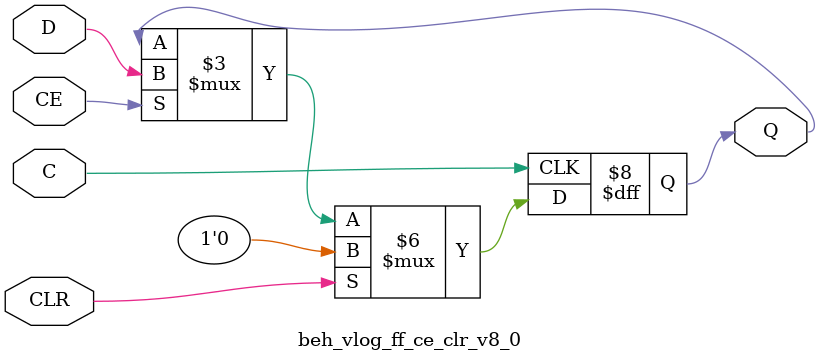
<source format=v>
module beh_vlog_ff_ce_clr_v8_0 (Q, C, CE, CLR, D);
  parameter INIT = 0;
localparam FLOP_DELAY = 100;
    output Q;
    input  C, CE, CLR, D;
    reg Q;
    initial Q= 1'b0;
    always @(posedge C )
       if (CLR)
           Q <= 1'b0;
       else if (CE)
	   Q <= #FLOP_DELAY D;
endmodule
</source>
